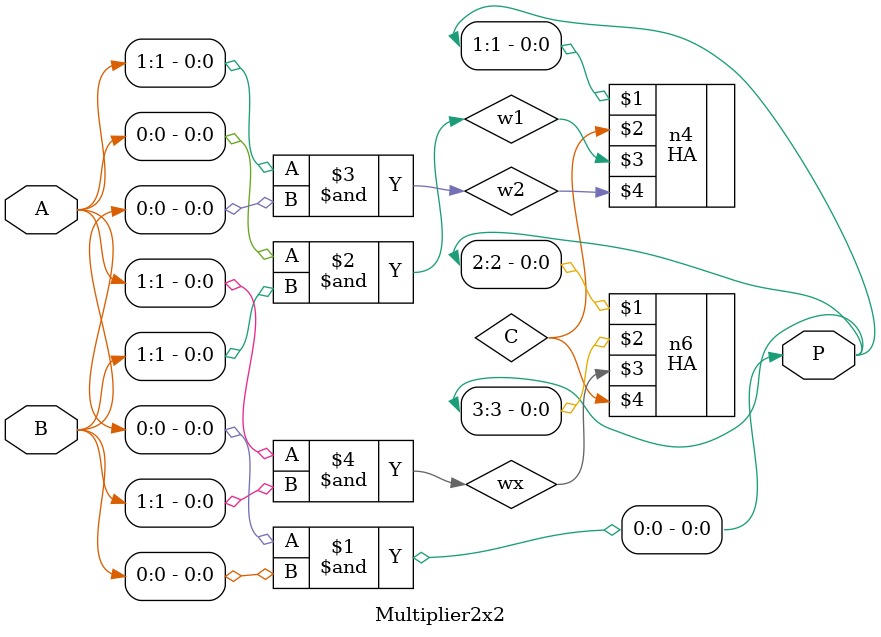
<source format=v>
module Multiplier2x2 (
 P, A, B
);

input [1:0] A,B;
output [3:0] P;
wire w1, w2, wx, C;

and n1(P[0], A[0], B[0]);

and n2(w1, A[0], B[1]);
and n3(w2, A[1], B[0]);
HA n4(P[1], C, w1, w2);

and n5(wx, A[1], B[1]);
HA n6(P[2], P[3], wx, C);

endmodule

</source>
